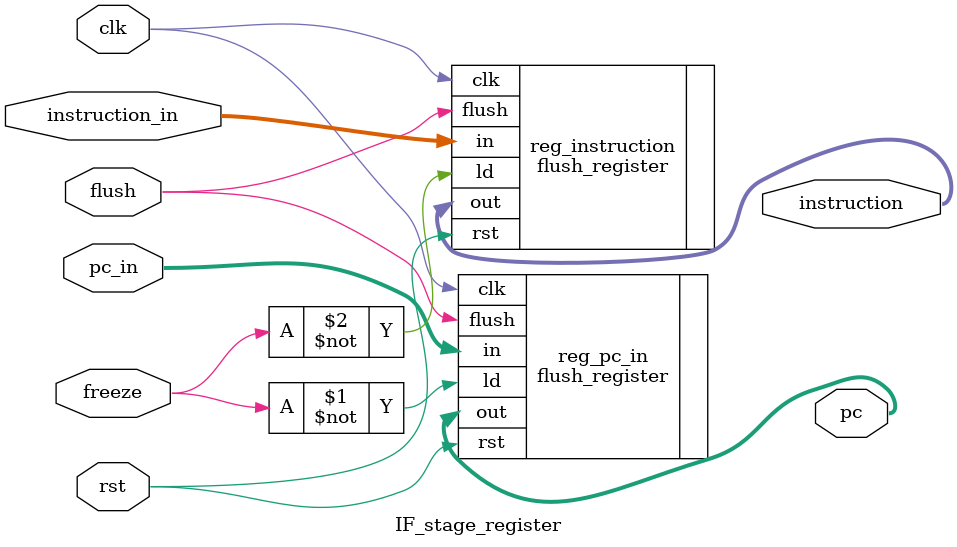
<source format=v>
module IF_stage_register (input clk, rst, freeze, flush,
	input[31:0] pc_in, instruction_in,
	output wire[31:0] pc, instruction
);

flush_register #(.WORD_LENGTH(32)) reg_pc_in(.clk(clk), .rst(rst), .flush(flush),
		.ld(~freeze), .in(pc_in), .out(pc));

flush_register #(.WORD_LENGTH(32)) reg_instruction(.clk(clk), .rst(rst), .flush(flush),
		.ld(~freeze), .in(instruction_in), .out(instruction));

endmodule
</source>
